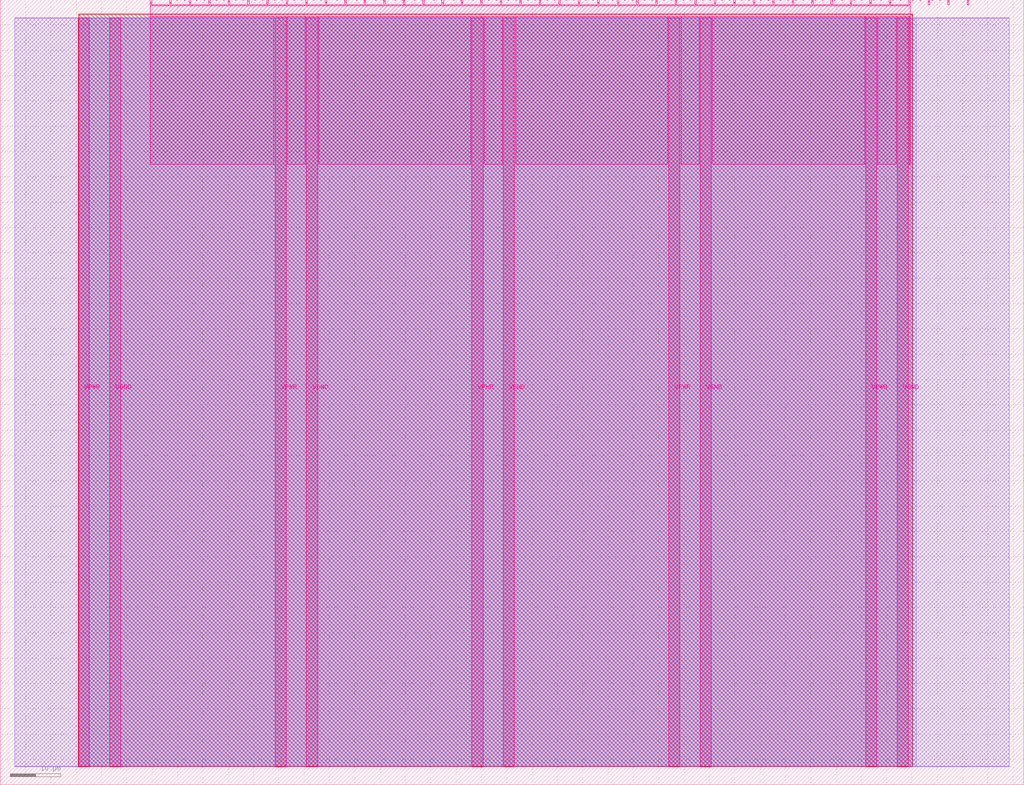
<source format=lef>
VERSION 5.7 ;
  NOWIREEXTENSIONATPIN ON ;
  DIVIDERCHAR "/" ;
  BUSBITCHARS "[]" ;
MACRO tt_um_array_mult_joe_leighthardt
  CLASS BLOCK ;
  FOREIGN tt_um_array_mult_joe_leighthardt ;
  ORIGIN 0.000 0.000 ;
  SIZE 202.080 BY 154.980 ;
  PIN VGND
    DIRECTION INOUT ;
    USE GROUND ;
    PORT
      LAYER Metal5 ;
        RECT 21.580 3.560 23.780 151.420 ;
    END
    PORT
      LAYER Metal5 ;
        RECT 60.450 3.560 62.650 151.420 ;
    END
    PORT
      LAYER Metal5 ;
        RECT 99.320 3.560 101.520 151.420 ;
    END
    PORT
      LAYER Metal5 ;
        RECT 138.190 3.560 140.390 151.420 ;
    END
    PORT
      LAYER Metal5 ;
        RECT 177.060 3.560 179.260 151.420 ;
    END
  END VGND
  PIN VPWR
    DIRECTION INOUT ;
    USE POWER ;
    PORT
      LAYER Metal5 ;
        RECT 15.380 3.560 17.580 151.420 ;
    END
    PORT
      LAYER Metal5 ;
        RECT 54.250 3.560 56.450 151.420 ;
    END
    PORT
      LAYER Metal5 ;
        RECT 93.120 3.560 95.320 151.420 ;
    END
    PORT
      LAYER Metal5 ;
        RECT 131.990 3.560 134.190 151.420 ;
    END
    PORT
      LAYER Metal5 ;
        RECT 170.860 3.560 173.060 151.420 ;
    END
  END VPWR
  PIN clk
    DIRECTION INPUT ;
    USE SIGNAL ;
    PORT
      LAYER Metal5 ;
        RECT 187.050 153.980 187.350 154.980 ;
    END
  END clk
  PIN ena
    DIRECTION INPUT ;
    USE SIGNAL ;
    PORT
      LAYER Metal5 ;
        RECT 190.890 153.980 191.190 154.980 ;
    END
  END ena
  PIN rst_n
    DIRECTION INPUT ;
    USE SIGNAL ;
    PORT
      LAYER Metal5 ;
        RECT 183.210 153.980 183.510 154.980 ;
    END
  END rst_n
  PIN ui_in[0]
    DIRECTION INPUT ;
    USE SIGNAL ;
    ANTENNAGATEAREA 0.213200 ;
    PORT
      LAYER Metal5 ;
        RECT 179.370 153.980 179.670 154.980 ;
    END
  END ui_in[0]
  PIN ui_in[1]
    DIRECTION INPUT ;
    USE SIGNAL ;
    ANTENNAGATEAREA 0.213200 ;
    PORT
      LAYER Metal5 ;
        RECT 175.530 153.980 175.830 154.980 ;
    END
  END ui_in[1]
  PIN ui_in[2]
    DIRECTION INPUT ;
    USE SIGNAL ;
    ANTENNAGATEAREA 0.213200 ;
    PORT
      LAYER Metal5 ;
        RECT 171.690 153.980 171.990 154.980 ;
    END
  END ui_in[2]
  PIN ui_in[3]
    DIRECTION INPUT ;
    USE SIGNAL ;
    ANTENNAGATEAREA 0.213200 ;
    PORT
      LAYER Metal5 ;
        RECT 167.850 153.980 168.150 154.980 ;
    END
  END ui_in[3]
  PIN ui_in[4]
    DIRECTION INPUT ;
    USE SIGNAL ;
    ANTENNAGATEAREA 0.213200 ;
    PORT
      LAYER Metal5 ;
        RECT 164.010 153.980 164.310 154.980 ;
    END
  END ui_in[4]
  PIN ui_in[5]
    DIRECTION INPUT ;
    USE SIGNAL ;
    ANTENNAGATEAREA 0.213200 ;
    PORT
      LAYER Metal5 ;
        RECT 160.170 153.980 160.470 154.980 ;
    END
  END ui_in[5]
  PIN ui_in[6]
    DIRECTION INPUT ;
    USE SIGNAL ;
    ANTENNAGATEAREA 0.180700 ;
    PORT
      LAYER Metal5 ;
        RECT 156.330 153.980 156.630 154.980 ;
    END
  END ui_in[6]
  PIN ui_in[7]
    DIRECTION INPUT ;
    USE SIGNAL ;
    ANTENNAGATEAREA 0.213200 ;
    PORT
      LAYER Metal5 ;
        RECT 152.490 153.980 152.790 154.980 ;
    END
  END ui_in[7]
  PIN uio_in[0]
    DIRECTION INPUT ;
    USE SIGNAL ;
    PORT
      LAYER Metal5 ;
        RECT 148.650 153.980 148.950 154.980 ;
    END
  END uio_in[0]
  PIN uio_in[1]
    DIRECTION INPUT ;
    USE SIGNAL ;
    PORT
      LAYER Metal5 ;
        RECT 144.810 153.980 145.110 154.980 ;
    END
  END uio_in[1]
  PIN uio_in[2]
    DIRECTION INPUT ;
    USE SIGNAL ;
    PORT
      LAYER Metal5 ;
        RECT 140.970 153.980 141.270 154.980 ;
    END
  END uio_in[2]
  PIN uio_in[3]
    DIRECTION INPUT ;
    USE SIGNAL ;
    PORT
      LAYER Metal5 ;
        RECT 137.130 153.980 137.430 154.980 ;
    END
  END uio_in[3]
  PIN uio_in[4]
    DIRECTION INPUT ;
    USE SIGNAL ;
    PORT
      LAYER Metal5 ;
        RECT 133.290 153.980 133.590 154.980 ;
    END
  END uio_in[4]
  PIN uio_in[5]
    DIRECTION INPUT ;
    USE SIGNAL ;
    PORT
      LAYER Metal5 ;
        RECT 129.450 153.980 129.750 154.980 ;
    END
  END uio_in[5]
  PIN uio_in[6]
    DIRECTION INPUT ;
    USE SIGNAL ;
    PORT
      LAYER Metal5 ;
        RECT 125.610 153.980 125.910 154.980 ;
    END
  END uio_in[6]
  PIN uio_in[7]
    DIRECTION INPUT ;
    USE SIGNAL ;
    PORT
      LAYER Metal5 ;
        RECT 121.770 153.980 122.070 154.980 ;
    END
  END uio_in[7]
  PIN uio_oe[0]
    DIRECTION OUTPUT ;
    USE SIGNAL ;
    ANTENNADIFFAREA 0.299200 ;
    PORT
      LAYER Metal5 ;
        RECT 56.490 153.980 56.790 154.980 ;
    END
  END uio_oe[0]
  PIN uio_oe[1]
    DIRECTION OUTPUT ;
    USE SIGNAL ;
    ANTENNADIFFAREA 0.299200 ;
    PORT
      LAYER Metal5 ;
        RECT 52.650 153.980 52.950 154.980 ;
    END
  END uio_oe[1]
  PIN uio_oe[2]
    DIRECTION OUTPUT ;
    USE SIGNAL ;
    ANTENNADIFFAREA 0.299200 ;
    PORT
      LAYER Metal5 ;
        RECT 48.810 153.980 49.110 154.980 ;
    END
  END uio_oe[2]
  PIN uio_oe[3]
    DIRECTION OUTPUT ;
    USE SIGNAL ;
    ANTENNADIFFAREA 0.299200 ;
    PORT
      LAYER Metal5 ;
        RECT 44.970 153.980 45.270 154.980 ;
    END
  END uio_oe[3]
  PIN uio_oe[4]
    DIRECTION OUTPUT ;
    USE SIGNAL ;
    ANTENNADIFFAREA 0.299200 ;
    PORT
      LAYER Metal5 ;
        RECT 41.130 153.980 41.430 154.980 ;
    END
  END uio_oe[4]
  PIN uio_oe[5]
    DIRECTION OUTPUT ;
    USE SIGNAL ;
    ANTENNADIFFAREA 0.299200 ;
    PORT
      LAYER Metal5 ;
        RECT 37.290 153.980 37.590 154.980 ;
    END
  END uio_oe[5]
  PIN uio_oe[6]
    DIRECTION OUTPUT ;
    USE SIGNAL ;
    ANTENNADIFFAREA 0.299200 ;
    PORT
      LAYER Metal5 ;
        RECT 33.450 153.980 33.750 154.980 ;
    END
  END uio_oe[6]
  PIN uio_oe[7]
    DIRECTION OUTPUT ;
    USE SIGNAL ;
    ANTENNADIFFAREA 0.299200 ;
    PORT
      LAYER Metal5 ;
        RECT 29.610 153.980 29.910 154.980 ;
    END
  END uio_oe[7]
  PIN uio_out[0]
    DIRECTION OUTPUT ;
    USE SIGNAL ;
    ANTENNADIFFAREA 0.299200 ;
    PORT
      LAYER Metal5 ;
        RECT 87.210 153.980 87.510 154.980 ;
    END
  END uio_out[0]
  PIN uio_out[1]
    DIRECTION OUTPUT ;
    USE SIGNAL ;
    ANTENNADIFFAREA 0.299200 ;
    PORT
      LAYER Metal5 ;
        RECT 83.370 153.980 83.670 154.980 ;
    END
  END uio_out[1]
  PIN uio_out[2]
    DIRECTION OUTPUT ;
    USE SIGNAL ;
    ANTENNADIFFAREA 0.299200 ;
    PORT
      LAYER Metal5 ;
        RECT 79.530 153.980 79.830 154.980 ;
    END
  END uio_out[2]
  PIN uio_out[3]
    DIRECTION OUTPUT ;
    USE SIGNAL ;
    ANTENNADIFFAREA 0.299200 ;
    PORT
      LAYER Metal5 ;
        RECT 75.690 153.980 75.990 154.980 ;
    END
  END uio_out[3]
  PIN uio_out[4]
    DIRECTION OUTPUT ;
    USE SIGNAL ;
    ANTENNADIFFAREA 0.299200 ;
    PORT
      LAYER Metal5 ;
        RECT 71.850 153.980 72.150 154.980 ;
    END
  END uio_out[4]
  PIN uio_out[5]
    DIRECTION OUTPUT ;
    USE SIGNAL ;
    ANTENNADIFFAREA 0.299200 ;
    PORT
      LAYER Metal5 ;
        RECT 68.010 153.980 68.310 154.980 ;
    END
  END uio_out[5]
  PIN uio_out[6]
    DIRECTION OUTPUT ;
    USE SIGNAL ;
    ANTENNADIFFAREA 0.299200 ;
    PORT
      LAYER Metal5 ;
        RECT 64.170 153.980 64.470 154.980 ;
    END
  END uio_out[6]
  PIN uio_out[7]
    DIRECTION OUTPUT ;
    USE SIGNAL ;
    ANTENNADIFFAREA 0.299200 ;
    PORT
      LAYER Metal5 ;
        RECT 60.330 153.980 60.630 154.980 ;
    END
  END uio_out[7]
  PIN uo_out[0]
    DIRECTION OUTPUT ;
    USE SIGNAL ;
    ANTENNADIFFAREA 0.632400 ;
    PORT
      LAYER Metal5 ;
        RECT 117.930 153.980 118.230 154.980 ;
    END
  END uo_out[0]
  PIN uo_out[1]
    DIRECTION OUTPUT ;
    USE SIGNAL ;
    ANTENNADIFFAREA 0.654800 ;
    PORT
      LAYER Metal5 ;
        RECT 114.090 153.980 114.390 154.980 ;
    END
  END uo_out[1]
  PIN uo_out[2]
    DIRECTION OUTPUT ;
    USE SIGNAL ;
    ANTENNADIFFAREA 0.654800 ;
    PORT
      LAYER Metal5 ;
        RECT 110.250 153.980 110.550 154.980 ;
    END
  END uo_out[2]
  PIN uo_out[3]
    DIRECTION OUTPUT ;
    USE SIGNAL ;
    ANTENNADIFFAREA 0.654800 ;
    PORT
      LAYER Metal5 ;
        RECT 106.410 153.980 106.710 154.980 ;
    END
  END uo_out[3]
  PIN uo_out[4]
    DIRECTION OUTPUT ;
    USE SIGNAL ;
    ANTENNADIFFAREA 0.654800 ;
    PORT
      LAYER Metal5 ;
        RECT 102.570 153.980 102.870 154.980 ;
    END
  END uo_out[4]
  PIN uo_out[5]
    DIRECTION OUTPUT ;
    USE SIGNAL ;
    ANTENNADIFFAREA 0.654800 ;
    PORT
      LAYER Metal5 ;
        RECT 98.730 153.980 99.030 154.980 ;
    END
  END uo_out[5]
  PIN uo_out[6]
    DIRECTION OUTPUT ;
    USE SIGNAL ;
    ANTENNADIFFAREA 0.654800 ;
    PORT
      LAYER Metal5 ;
        RECT 94.890 153.980 95.190 154.980 ;
    END
  END uo_out[6]
  PIN uo_out[7]
    DIRECTION OUTPUT ;
    USE SIGNAL ;
    ANTENNADIFFAREA 0.654800 ;
    PORT
      LAYER Metal5 ;
        RECT 91.050 153.980 91.350 154.980 ;
    END
  END uo_out[7]
  OBS
      LAYER GatPoly ;
        RECT 2.880 3.630 199.200 151.350 ;
      LAYER Metal1 ;
        RECT 2.880 3.560 199.200 151.420 ;
      LAYER Metal2 ;
        RECT 15.515 3.680 180.865 151.300 ;
      LAYER Metal3 ;
        RECT 15.560 3.635 180.100 152.185 ;
      LAYER Metal4 ;
        RECT 15.515 3.680 180.145 152.140 ;
      LAYER Metal5 ;
        RECT 30.120 153.770 33.240 153.980 ;
        RECT 33.960 153.770 37.080 153.980 ;
        RECT 37.800 153.770 40.920 153.980 ;
        RECT 41.640 153.770 44.760 153.980 ;
        RECT 45.480 153.770 48.600 153.980 ;
        RECT 49.320 153.770 52.440 153.980 ;
        RECT 53.160 153.770 56.280 153.980 ;
        RECT 57.000 153.770 60.120 153.980 ;
        RECT 60.840 153.770 63.960 153.980 ;
        RECT 64.680 153.770 67.800 153.980 ;
        RECT 68.520 153.770 71.640 153.980 ;
        RECT 72.360 153.770 75.480 153.980 ;
        RECT 76.200 153.770 79.320 153.980 ;
        RECT 80.040 153.770 83.160 153.980 ;
        RECT 83.880 153.770 87.000 153.980 ;
        RECT 87.720 153.770 90.840 153.980 ;
        RECT 91.560 153.770 94.680 153.980 ;
        RECT 95.400 153.770 98.520 153.980 ;
        RECT 99.240 153.770 102.360 153.980 ;
        RECT 103.080 153.770 106.200 153.980 ;
        RECT 106.920 153.770 110.040 153.980 ;
        RECT 110.760 153.770 113.880 153.980 ;
        RECT 114.600 153.770 117.720 153.980 ;
        RECT 118.440 153.770 121.560 153.980 ;
        RECT 122.280 153.770 125.400 153.980 ;
        RECT 126.120 153.770 129.240 153.980 ;
        RECT 129.960 153.770 133.080 153.980 ;
        RECT 133.800 153.770 136.920 153.980 ;
        RECT 137.640 153.770 140.760 153.980 ;
        RECT 141.480 153.770 144.600 153.980 ;
        RECT 145.320 153.770 148.440 153.980 ;
        RECT 149.160 153.770 152.280 153.980 ;
        RECT 153.000 153.770 156.120 153.980 ;
        RECT 156.840 153.770 159.960 153.980 ;
        RECT 160.680 153.770 163.800 153.980 ;
        RECT 164.520 153.770 167.640 153.980 ;
        RECT 168.360 153.770 171.480 153.980 ;
        RECT 172.200 153.770 175.320 153.980 ;
        RECT 176.040 153.770 179.160 153.980 ;
        RECT 29.660 151.630 179.620 153.770 ;
        RECT 29.660 122.495 54.040 151.630 ;
        RECT 56.660 122.495 60.240 151.630 ;
        RECT 62.860 122.495 92.910 151.630 ;
        RECT 95.530 122.495 99.110 151.630 ;
        RECT 101.730 122.495 131.780 151.630 ;
        RECT 134.400 122.495 137.980 151.630 ;
        RECT 140.600 122.495 170.650 151.630 ;
        RECT 173.270 122.495 176.850 151.630 ;
        RECT 179.470 122.495 179.620 151.630 ;
  END
END tt_um_array_mult_joe_leighthardt
END LIBRARY


</source>
